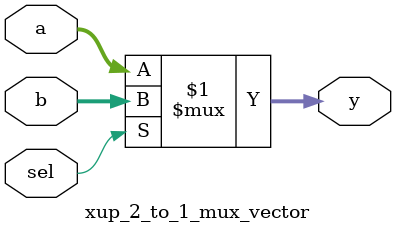
<source format=v>
`timescale 1ns / 1ps
module xup_2_to_1_mux_vector #(parameter SIZE = 4 , DELAY = 3)(
   input [SIZE-1:0] a,
   input [SIZE-1:0] b,
   input sel,
   output [SIZE-1:0] y
   );
   
   assign #DELAY y[SIZE-1:0] = sel?b[SIZE-1:0] :a[SIZE-1:0];
       
endmodule

</source>
